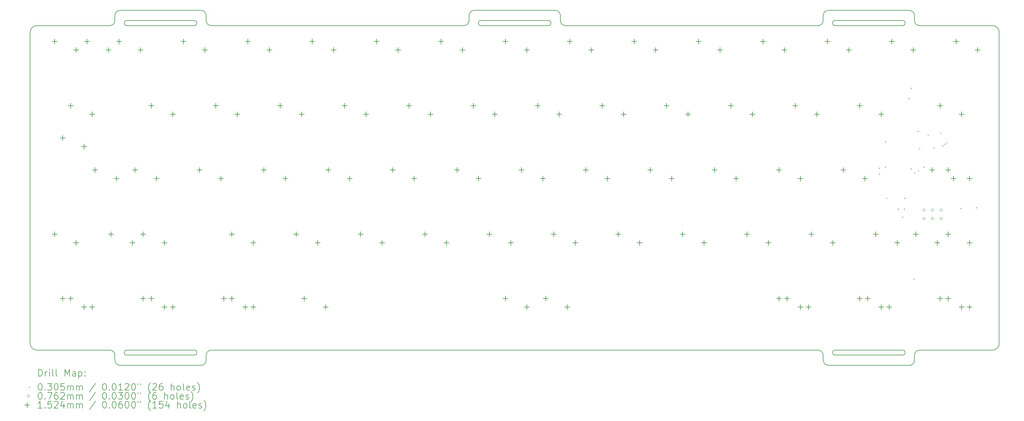
<source format=gbr>
%TF.GenerationSoftware,KiCad,Pcbnew,(6.0.9)*%
%TF.CreationDate,2023-03-21T17:12:44-04:00*%
%TF.ProjectId,nue-pcb,6e75652d-7063-4622-9e6b-696361645f70,0.1*%
%TF.SameCoordinates,Original*%
%TF.FileFunction,Drillmap*%
%TF.FilePolarity,Positive*%
%FSLAX45Y45*%
G04 Gerber Fmt 4.5, Leading zero omitted, Abs format (unit mm)*
G04 Created by KiCad (PCBNEW (6.0.9)) date 2023-03-21 17:12:44*
%MOMM*%
%LPD*%
G01*
G04 APERTURE LIST*
%ADD10C,0.200000*%
%ADD11C,0.030480*%
%ADD12C,0.076200*%
%ADD13C,0.152400*%
G04 APERTURE END LIST*
D10*
X8186250Y-15598775D02*
X10586250Y-15598775D01*
X18363750Y-5528770D02*
G75*
G03*
X18513750Y-5378775I0J150000D01*
G01*
X10386250Y-5378775D02*
X8386250Y-5378775D01*
X5528750Y-5728775D02*
X5528750Y-14948775D01*
X18663750Y-5078780D02*
G75*
G03*
X18513750Y-5228775I0J-150000D01*
G01*
X21063750Y-5078775D02*
X18663750Y-5078775D01*
X8036250Y-5228775D02*
X8036250Y-5378775D01*
X7886250Y-5528775D02*
X5728750Y-5528775D01*
X8386250Y-15298775D02*
X10386250Y-15298775D01*
X18863750Y-5378785D02*
G75*
G03*
X18863750Y-5528775I0J-74995D01*
G01*
X31341250Y-5528785D02*
G75*
G03*
X31341250Y-5378775I0J75005D01*
G01*
X10886250Y-15148775D02*
X28841250Y-15148775D01*
X31841250Y-15148780D02*
G75*
G03*
X31691250Y-15298775I0J-150000D01*
G01*
X10586250Y-5078775D02*
X8186250Y-5078775D01*
X31691250Y-5378775D02*
X31691250Y-5228775D01*
X10886250Y-15148780D02*
G75*
G03*
X10736250Y-15298775I0J-150000D01*
G01*
X28991245Y-15448775D02*
G75*
G03*
X29141250Y-15598775I150005J5D01*
G01*
X28991255Y-15298775D02*
G75*
G03*
X28841250Y-15148775I-150005J-5D01*
G01*
X5728750Y-5528775D02*
G75*
G03*
X5528750Y-5728775I0J-200000D01*
G01*
X10386250Y-5528785D02*
G75*
G03*
X10386250Y-5378775I0J75005D01*
G01*
X10736250Y-5378775D02*
X10736250Y-5228775D01*
X31341250Y-15148775D02*
X29341250Y-15148775D01*
X34198750Y-14948775D02*
X34198750Y-5728775D01*
X31691245Y-5378775D02*
G75*
G03*
X31841250Y-5528775I150005J5D01*
G01*
X10386250Y-15298785D02*
G75*
G03*
X10386250Y-15148775I0J75005D01*
G01*
X31541250Y-15598770D02*
G75*
G03*
X31691250Y-15448775I0J150000D01*
G01*
X29341250Y-15298775D02*
X31341250Y-15298775D01*
X8036255Y-15298775D02*
G75*
G03*
X7886250Y-15148775I-150005J-5D01*
G01*
X29341250Y-5378785D02*
G75*
G03*
X29341250Y-5528775I0J-74995D01*
G01*
X8386250Y-5378785D02*
G75*
G03*
X8386250Y-5528775I0J-74995D01*
G01*
X7886250Y-5528770D02*
G75*
G03*
X8036250Y-5378775I0J150000D01*
G01*
X10736245Y-5378775D02*
G75*
G03*
X10886250Y-5528775I150005J5D01*
G01*
X10586250Y-15598770D02*
G75*
G03*
X10736250Y-15448775I0J150000D01*
G01*
X29341250Y-15148785D02*
G75*
G03*
X29341250Y-15298775I0J-74995D01*
G01*
X18863750Y-5528775D02*
X20863750Y-5528775D01*
X10736250Y-15448775D02*
X10736250Y-15298775D01*
X8036250Y-15298775D02*
X8036250Y-15448775D01*
X20863750Y-5378775D02*
X18863750Y-5378775D01*
X10736255Y-5228775D02*
G75*
G03*
X10586250Y-5078775I-150005J-5D01*
G01*
X21213745Y-5378775D02*
G75*
G03*
X21363750Y-5528775I150005J5D01*
G01*
X21213755Y-5228775D02*
G75*
G03*
X21063750Y-5078775I-150005J-5D01*
G01*
X28991250Y-5228775D02*
X28991250Y-5378775D01*
X20863750Y-5528785D02*
G75*
G03*
X20863750Y-5378775I0J75005D01*
G01*
X29141250Y-5078780D02*
G75*
G03*
X28991250Y-5228775I0J-150000D01*
G01*
X18363750Y-5528775D02*
X10886250Y-5528775D01*
X8036245Y-15448775D02*
G75*
G03*
X8186250Y-15598775I150005J5D01*
G01*
X8186250Y-5078780D02*
G75*
G03*
X8036250Y-5228775I0J-150000D01*
G01*
X28841250Y-5528775D02*
X21363750Y-5528775D01*
X28841250Y-5528770D02*
G75*
G03*
X28991250Y-5378775I0J150000D01*
G01*
X33998750Y-5528775D02*
X31841250Y-5528775D01*
X29341250Y-5528775D02*
X31341250Y-5528775D01*
X5728750Y-15148775D02*
X7886250Y-15148775D01*
X33998750Y-15148780D02*
G75*
G03*
X34198750Y-14948775I0J200000D01*
G01*
X31841250Y-15148775D02*
X33998750Y-15148775D01*
X8386250Y-5528775D02*
X10386250Y-5528775D01*
X31541250Y-5078775D02*
X29141250Y-5078775D01*
X31341250Y-5378775D02*
X29341250Y-5378775D01*
X31691250Y-15448775D02*
X31691250Y-15298775D01*
X31341250Y-15298785D02*
G75*
G03*
X31341250Y-15148775I0J75005D01*
G01*
X29141250Y-15598775D02*
X31541250Y-15598775D01*
X34198745Y-5728775D02*
G75*
G03*
X33998750Y-5528775I-199995J5D01*
G01*
X8386250Y-15148785D02*
G75*
G03*
X8386250Y-15298775I0J-74995D01*
G01*
X5528755Y-14948775D02*
G75*
G03*
X5728750Y-15148775I199995J-5D01*
G01*
X10386250Y-15148775D02*
X8386250Y-15148775D01*
X28991250Y-15298775D02*
X28991250Y-15448775D01*
X31691255Y-5228775D02*
G75*
G03*
X31541250Y-5078775I-150005J-5D01*
G01*
X18513750Y-5228775D02*
X18513750Y-5378775D01*
X21213750Y-5378775D02*
X21213750Y-5228775D01*
D11*
X30629860Y-9738360D02*
X30660340Y-9768840D01*
X30660340Y-9738360D02*
X30629860Y-9768840D01*
X30629860Y-9916160D02*
X30660340Y-9946640D01*
X30660340Y-9916160D02*
X30629860Y-9946640D01*
X30814010Y-8957310D02*
X30844490Y-8987790D01*
X30844490Y-8957310D02*
X30814010Y-8987790D01*
X30814010Y-9706610D02*
X30844490Y-9737090D01*
X30844490Y-9706610D02*
X30814010Y-9737090D01*
X30855385Y-10627260D02*
X30885865Y-10657740D01*
X30885865Y-10627260D02*
X30855385Y-10657740D01*
X31195010Y-10951210D02*
X31225490Y-10981690D01*
X31225490Y-10951210D02*
X31195010Y-10981690D01*
X31322010Y-11192510D02*
X31352490Y-11222990D01*
X31352490Y-11192510D02*
X31322010Y-11222990D01*
X31372810Y-10951210D02*
X31403290Y-10981690D01*
X31403290Y-10951210D02*
X31372810Y-10981690D01*
X31391960Y-10627260D02*
X31422440Y-10657740D01*
X31422440Y-10627260D02*
X31391960Y-10657740D01*
X31509235Y-7677885D02*
X31539715Y-7708365D01*
X31539715Y-7677885D02*
X31509235Y-7708365D01*
X31576010Y-7369810D02*
X31606490Y-7400290D01*
X31606490Y-7369810D02*
X31576010Y-7400290D01*
X31576010Y-9757410D02*
X31606490Y-9787890D01*
X31606490Y-9757410D02*
X31576010Y-9787890D01*
X31655385Y-13024485D02*
X31685865Y-13054965D01*
X31685865Y-13024485D02*
X31655385Y-13054965D01*
X31683960Y-9878060D02*
X31714440Y-9908540D01*
X31714440Y-9878060D02*
X31683960Y-9908540D01*
X31785560Y-8646160D02*
X31816040Y-8676640D01*
X31816040Y-8646160D02*
X31785560Y-8676640D01*
X31791910Y-9820910D02*
X31822390Y-9851390D01*
X31822390Y-9820910D02*
X31791910Y-9851390D01*
X31823660Y-9160510D02*
X31854140Y-9190990D01*
X31854140Y-9160510D02*
X31823660Y-9190990D01*
X31957010Y-9706610D02*
X31987490Y-9737090D01*
X31987490Y-9706610D02*
X31957010Y-9737090D01*
X32077660Y-8760460D02*
X32108140Y-8790940D01*
X32108140Y-8760460D02*
X32077660Y-8790940D01*
X32249110Y-9135110D02*
X32279590Y-9165590D01*
X32279590Y-9135110D02*
X32249110Y-9165590D01*
X32454450Y-8701170D02*
X32484930Y-8731650D01*
X32484930Y-8701170D02*
X32454450Y-8731650D01*
X32509460Y-9077960D02*
X32539940Y-9108440D01*
X32539940Y-9077960D02*
X32509460Y-9108440D01*
X32572960Y-9027160D02*
X32603440Y-9057640D01*
X32603440Y-9027160D02*
X32572960Y-9057640D01*
X32630110Y-8982710D02*
X32660590Y-9013190D01*
X32660590Y-8982710D02*
X32630110Y-9013190D01*
X33049210Y-10938510D02*
X33079690Y-10968990D01*
X33079690Y-10938510D02*
X33049210Y-10968990D01*
X33506410Y-10913110D02*
X33536890Y-10943590D01*
X33536890Y-10913110D02*
X33506410Y-10943590D01*
D12*
X32010350Y-10991850D02*
G75*
G03*
X32010350Y-10991850I-38100J0D01*
G01*
X32010350Y-11245850D02*
G75*
G03*
X32010350Y-11245850I-38100J0D01*
G01*
X32264350Y-10991850D02*
G75*
G03*
X32264350Y-10991850I-38100J0D01*
G01*
X32264350Y-11245850D02*
G75*
G03*
X32264350Y-11245850I-38100J0D01*
G01*
X32518350Y-10991850D02*
G75*
G03*
X32518350Y-10991850I-38100J0D01*
G01*
X32518350Y-11245850D02*
G75*
G03*
X32518350Y-11245850I-38100J0D01*
G01*
D13*
X6254750Y-5924550D02*
X6254750Y-6076950D01*
X6178550Y-6000750D02*
X6330950Y-6000750D01*
X6254750Y-11639550D02*
X6254750Y-11791950D01*
X6178550Y-11715750D02*
X6330950Y-11715750D01*
X6492875Y-8782050D02*
X6492875Y-8934450D01*
X6416675Y-8858250D02*
X6569075Y-8858250D01*
X6492875Y-13544550D02*
X6492875Y-13696950D01*
X6416675Y-13620750D02*
X6569075Y-13620750D01*
X6731000Y-7829550D02*
X6731000Y-7981950D01*
X6654800Y-7905750D02*
X6807200Y-7905750D01*
X6731000Y-13544550D02*
X6731000Y-13696950D01*
X6654800Y-13620750D02*
X6807200Y-13620750D01*
X6889750Y-6178550D02*
X6889750Y-6330950D01*
X6813550Y-6254750D02*
X6965950Y-6254750D01*
X6889750Y-11893550D02*
X6889750Y-12045950D01*
X6813550Y-11969750D02*
X6965950Y-11969750D01*
X7127875Y-9036050D02*
X7127875Y-9188450D01*
X7051675Y-9112250D02*
X7204075Y-9112250D01*
X7127875Y-13798550D02*
X7127875Y-13950950D01*
X7051675Y-13874750D02*
X7204075Y-13874750D01*
X7207250Y-5924550D02*
X7207250Y-6076950D01*
X7131050Y-6000750D02*
X7283450Y-6000750D01*
X7366000Y-8083550D02*
X7366000Y-8235950D01*
X7289800Y-8159750D02*
X7442200Y-8159750D01*
X7366000Y-13798550D02*
X7366000Y-13950950D01*
X7289800Y-13874750D02*
X7442200Y-13874750D01*
X7445375Y-9734550D02*
X7445375Y-9886950D01*
X7369175Y-9810750D02*
X7521575Y-9810750D01*
X7842250Y-6178550D02*
X7842250Y-6330950D01*
X7766050Y-6254750D02*
X7918450Y-6254750D01*
X7921625Y-11639550D02*
X7921625Y-11791950D01*
X7845425Y-11715750D02*
X7997825Y-11715750D01*
X8080375Y-9988550D02*
X8080375Y-10140950D01*
X8004175Y-10064750D02*
X8156575Y-10064750D01*
X8159750Y-5924550D02*
X8159750Y-6076950D01*
X8083550Y-6000750D02*
X8235950Y-6000750D01*
X8556625Y-11893550D02*
X8556625Y-12045950D01*
X8480425Y-11969750D02*
X8632825Y-11969750D01*
X8636000Y-9734550D02*
X8636000Y-9886950D01*
X8559800Y-9810750D02*
X8712200Y-9810750D01*
X8794750Y-6178550D02*
X8794750Y-6330950D01*
X8718550Y-6254750D02*
X8870950Y-6254750D01*
X8874125Y-11639550D02*
X8874125Y-11791950D01*
X8797925Y-11715750D02*
X8950325Y-11715750D01*
X8874125Y-13544550D02*
X8874125Y-13696950D01*
X8797925Y-13620750D02*
X8950325Y-13620750D01*
X9112250Y-7829550D02*
X9112250Y-7981950D01*
X9036050Y-7905750D02*
X9188450Y-7905750D01*
X9112250Y-13544550D02*
X9112250Y-13696950D01*
X9036050Y-13620750D02*
X9188450Y-13620750D01*
X9271000Y-9988550D02*
X9271000Y-10140950D01*
X9194800Y-10064750D02*
X9347200Y-10064750D01*
X9509125Y-11893550D02*
X9509125Y-12045950D01*
X9432925Y-11969750D02*
X9585325Y-11969750D01*
X9509125Y-13798550D02*
X9509125Y-13950950D01*
X9432925Y-13874750D02*
X9585325Y-13874750D01*
X9747250Y-8083550D02*
X9747250Y-8235950D01*
X9671050Y-8159750D02*
X9823450Y-8159750D01*
X9747250Y-13798550D02*
X9747250Y-13950950D01*
X9671050Y-13874750D02*
X9823450Y-13874750D01*
X10064750Y-5924550D02*
X10064750Y-6076950D01*
X9988550Y-6000750D02*
X10140950Y-6000750D01*
X10541000Y-9734550D02*
X10541000Y-9886950D01*
X10464800Y-9810750D02*
X10617200Y-9810750D01*
X10699750Y-6178550D02*
X10699750Y-6330950D01*
X10623550Y-6254750D02*
X10775950Y-6254750D01*
X11017250Y-7829550D02*
X11017250Y-7981950D01*
X10941050Y-7905750D02*
X11093450Y-7905750D01*
X11176000Y-9988550D02*
X11176000Y-10140950D01*
X11099800Y-10064750D02*
X11252200Y-10064750D01*
X11255375Y-13544550D02*
X11255375Y-13696950D01*
X11179175Y-13620750D02*
X11331575Y-13620750D01*
X11493500Y-11639550D02*
X11493500Y-11791950D01*
X11417300Y-11715750D02*
X11569700Y-11715750D01*
X11493500Y-13544550D02*
X11493500Y-13696950D01*
X11417300Y-13620750D02*
X11569700Y-13620750D01*
X11652250Y-8083550D02*
X11652250Y-8235950D01*
X11576050Y-8159750D02*
X11728450Y-8159750D01*
X11890375Y-13798550D02*
X11890375Y-13950950D01*
X11814175Y-13874750D02*
X11966575Y-13874750D01*
X11969750Y-5924550D02*
X11969750Y-6076950D01*
X11893550Y-6000750D02*
X12045950Y-6000750D01*
X12128500Y-11893550D02*
X12128500Y-12045950D01*
X12052300Y-11969750D02*
X12204700Y-11969750D01*
X12128500Y-13798550D02*
X12128500Y-13950950D01*
X12052300Y-13874750D02*
X12204700Y-13874750D01*
X12446000Y-9734550D02*
X12446000Y-9886950D01*
X12369800Y-9810750D02*
X12522200Y-9810750D01*
X12604750Y-6178550D02*
X12604750Y-6330950D01*
X12528550Y-6254750D02*
X12680950Y-6254750D01*
X12922250Y-7829550D02*
X12922250Y-7981950D01*
X12846050Y-7905750D02*
X12998450Y-7905750D01*
X13081000Y-9988550D02*
X13081000Y-10140950D01*
X13004800Y-10064750D02*
X13157200Y-10064750D01*
X13398500Y-11639550D02*
X13398500Y-11791950D01*
X13322300Y-11715750D02*
X13474700Y-11715750D01*
X13557250Y-8083550D02*
X13557250Y-8235950D01*
X13481050Y-8159750D02*
X13633450Y-8159750D01*
X13636625Y-13544550D02*
X13636625Y-13696950D01*
X13560425Y-13620750D02*
X13712825Y-13620750D01*
X13874750Y-5924550D02*
X13874750Y-6076950D01*
X13798550Y-6000750D02*
X13950950Y-6000750D01*
X14033500Y-11893550D02*
X14033500Y-12045950D01*
X13957300Y-11969750D02*
X14109700Y-11969750D01*
X14271625Y-13798550D02*
X14271625Y-13950950D01*
X14195425Y-13874750D02*
X14347825Y-13874750D01*
X14351000Y-9734550D02*
X14351000Y-9886950D01*
X14274800Y-9810750D02*
X14427200Y-9810750D01*
X14509750Y-6178550D02*
X14509750Y-6330950D01*
X14433550Y-6254750D02*
X14585950Y-6254750D01*
X14827250Y-7829550D02*
X14827250Y-7981950D01*
X14751050Y-7905750D02*
X14903450Y-7905750D01*
X14986000Y-9988550D02*
X14986000Y-10140950D01*
X14909800Y-10064750D02*
X15062200Y-10064750D01*
X15303500Y-11639550D02*
X15303500Y-11791950D01*
X15227300Y-11715750D02*
X15379700Y-11715750D01*
X15462250Y-8083550D02*
X15462250Y-8235950D01*
X15386050Y-8159750D02*
X15538450Y-8159750D01*
X15779750Y-5924550D02*
X15779750Y-6076950D01*
X15703550Y-6000750D02*
X15855950Y-6000750D01*
X15938500Y-11893550D02*
X15938500Y-12045950D01*
X15862300Y-11969750D02*
X16014700Y-11969750D01*
X16256000Y-9734550D02*
X16256000Y-9886950D01*
X16179800Y-9810750D02*
X16332200Y-9810750D01*
X16414750Y-6178550D02*
X16414750Y-6330950D01*
X16338550Y-6254750D02*
X16490950Y-6254750D01*
X16732250Y-7829550D02*
X16732250Y-7981950D01*
X16656050Y-7905750D02*
X16808450Y-7905750D01*
X16891000Y-9988550D02*
X16891000Y-10140950D01*
X16814800Y-10064750D02*
X16967200Y-10064750D01*
X17208500Y-11639550D02*
X17208500Y-11791950D01*
X17132300Y-11715750D02*
X17284700Y-11715750D01*
X17367250Y-8083550D02*
X17367250Y-8235950D01*
X17291050Y-8159750D02*
X17443450Y-8159750D01*
X17684750Y-5924550D02*
X17684750Y-6076950D01*
X17608550Y-6000750D02*
X17760950Y-6000750D01*
X17843500Y-11893550D02*
X17843500Y-12045950D01*
X17767300Y-11969750D02*
X17919700Y-11969750D01*
X18161000Y-9734550D02*
X18161000Y-9886950D01*
X18084800Y-9810750D02*
X18237200Y-9810750D01*
X18319750Y-6178550D02*
X18319750Y-6330950D01*
X18243550Y-6254750D02*
X18395950Y-6254750D01*
X18637250Y-7829550D02*
X18637250Y-7981950D01*
X18561050Y-7905750D02*
X18713450Y-7905750D01*
X18796000Y-9988550D02*
X18796000Y-10140950D01*
X18719800Y-10064750D02*
X18872200Y-10064750D01*
X19113500Y-11639550D02*
X19113500Y-11791950D01*
X19037300Y-11715750D02*
X19189700Y-11715750D01*
X19272250Y-8083550D02*
X19272250Y-8235950D01*
X19196050Y-8159750D02*
X19348450Y-8159750D01*
X19589750Y-5924550D02*
X19589750Y-6076950D01*
X19513550Y-6000750D02*
X19665950Y-6000750D01*
X19589750Y-13544550D02*
X19589750Y-13696950D01*
X19513550Y-13620750D02*
X19665950Y-13620750D01*
X19748500Y-11893550D02*
X19748500Y-12045950D01*
X19672300Y-11969750D02*
X19824700Y-11969750D01*
X20066000Y-9734550D02*
X20066000Y-9886950D01*
X19989800Y-9810750D02*
X20142200Y-9810750D01*
X20224750Y-6178550D02*
X20224750Y-6330950D01*
X20148550Y-6254750D02*
X20300950Y-6254750D01*
X20224750Y-13798550D02*
X20224750Y-13950950D01*
X20148550Y-13874750D02*
X20300950Y-13874750D01*
X20542250Y-7829550D02*
X20542250Y-7981950D01*
X20466050Y-7905750D02*
X20618450Y-7905750D01*
X20701000Y-9988550D02*
X20701000Y-10140950D01*
X20624800Y-10064750D02*
X20777200Y-10064750D01*
X20780375Y-13544550D02*
X20780375Y-13696950D01*
X20704175Y-13620750D02*
X20856575Y-13620750D01*
X21018500Y-11639550D02*
X21018500Y-11791950D01*
X20942300Y-11715750D02*
X21094700Y-11715750D01*
X21177250Y-8083550D02*
X21177250Y-8235950D01*
X21101050Y-8159750D02*
X21253450Y-8159750D01*
X21415375Y-13798550D02*
X21415375Y-13950950D01*
X21339175Y-13874750D02*
X21491575Y-13874750D01*
X21494750Y-5924550D02*
X21494750Y-6076950D01*
X21418550Y-6000750D02*
X21570950Y-6000750D01*
X21653500Y-11893550D02*
X21653500Y-12045950D01*
X21577300Y-11969750D02*
X21729700Y-11969750D01*
X21971000Y-9734550D02*
X21971000Y-9886950D01*
X21894800Y-9810750D02*
X22047200Y-9810750D01*
X22129750Y-6178550D02*
X22129750Y-6330950D01*
X22053550Y-6254750D02*
X22205950Y-6254750D01*
X22447250Y-7829550D02*
X22447250Y-7981950D01*
X22371050Y-7905750D02*
X22523450Y-7905750D01*
X22606000Y-9988550D02*
X22606000Y-10140950D01*
X22529800Y-10064750D02*
X22682200Y-10064750D01*
X22923500Y-11639550D02*
X22923500Y-11791950D01*
X22847300Y-11715750D02*
X22999700Y-11715750D01*
X23082250Y-8083550D02*
X23082250Y-8235950D01*
X23006050Y-8159750D02*
X23158450Y-8159750D01*
X23399750Y-5924550D02*
X23399750Y-6076950D01*
X23323550Y-6000750D02*
X23475950Y-6000750D01*
X23558500Y-11893550D02*
X23558500Y-12045950D01*
X23482300Y-11969750D02*
X23634700Y-11969750D01*
X23876000Y-9734550D02*
X23876000Y-9886950D01*
X23799800Y-9810750D02*
X23952200Y-9810750D01*
X24034750Y-6178550D02*
X24034750Y-6330950D01*
X23958550Y-6254750D02*
X24110950Y-6254750D01*
X24352250Y-7829550D02*
X24352250Y-7981950D01*
X24276050Y-7905750D02*
X24428450Y-7905750D01*
X24511000Y-9988550D02*
X24511000Y-10140950D01*
X24434800Y-10064750D02*
X24587200Y-10064750D01*
X24828500Y-11639550D02*
X24828500Y-11791950D01*
X24752300Y-11715750D02*
X24904700Y-11715750D01*
X24987250Y-8083550D02*
X24987250Y-8235950D01*
X24911050Y-8159750D02*
X25063450Y-8159750D01*
X25304750Y-5924550D02*
X25304750Y-6076950D01*
X25228550Y-6000750D02*
X25380950Y-6000750D01*
X25463500Y-11893550D02*
X25463500Y-12045950D01*
X25387300Y-11969750D02*
X25539700Y-11969750D01*
X25781000Y-9734550D02*
X25781000Y-9886950D01*
X25704800Y-9810750D02*
X25857200Y-9810750D01*
X25939750Y-6178550D02*
X25939750Y-6330950D01*
X25863550Y-6254750D02*
X26015950Y-6254750D01*
X26257250Y-7829550D02*
X26257250Y-7981950D01*
X26181050Y-7905750D02*
X26333450Y-7905750D01*
X26416000Y-9988550D02*
X26416000Y-10140950D01*
X26339800Y-10064750D02*
X26492200Y-10064750D01*
X26733500Y-11639550D02*
X26733500Y-11791950D01*
X26657300Y-11715750D02*
X26809700Y-11715750D01*
X26892250Y-8083550D02*
X26892250Y-8235950D01*
X26816050Y-8159750D02*
X26968450Y-8159750D01*
X27209750Y-5924550D02*
X27209750Y-6076950D01*
X27133550Y-6000750D02*
X27285950Y-6000750D01*
X27368500Y-11893550D02*
X27368500Y-12045950D01*
X27292300Y-11969750D02*
X27444700Y-11969750D01*
X27686000Y-9734550D02*
X27686000Y-9886950D01*
X27609800Y-9810750D02*
X27762200Y-9810750D01*
X27686000Y-13544550D02*
X27686000Y-13696950D01*
X27609800Y-13620750D02*
X27762200Y-13620750D01*
X27844750Y-6178550D02*
X27844750Y-6330950D01*
X27768550Y-6254750D02*
X27920950Y-6254750D01*
X27924125Y-13544550D02*
X27924125Y-13696950D01*
X27847925Y-13620750D02*
X28000325Y-13620750D01*
X28162250Y-7829550D02*
X28162250Y-7981950D01*
X28086050Y-7905750D02*
X28238450Y-7905750D01*
X28321000Y-9988550D02*
X28321000Y-10140950D01*
X28244800Y-10064750D02*
X28397200Y-10064750D01*
X28321000Y-13798550D02*
X28321000Y-13950950D01*
X28244800Y-13874750D02*
X28397200Y-13874750D01*
X28559125Y-13798550D02*
X28559125Y-13950950D01*
X28482925Y-13874750D02*
X28635325Y-13874750D01*
X28638500Y-11639550D02*
X28638500Y-11791950D01*
X28562300Y-11715750D02*
X28714700Y-11715750D01*
X28797250Y-8083550D02*
X28797250Y-8235950D01*
X28721050Y-8159750D02*
X28873450Y-8159750D01*
X29114750Y-5924550D02*
X29114750Y-6076950D01*
X29038550Y-6000750D02*
X29190950Y-6000750D01*
X29273500Y-11893550D02*
X29273500Y-12045950D01*
X29197300Y-11969750D02*
X29349700Y-11969750D01*
X29591000Y-9734550D02*
X29591000Y-9886950D01*
X29514800Y-9810750D02*
X29667200Y-9810750D01*
X29749750Y-6178550D02*
X29749750Y-6330950D01*
X29673550Y-6254750D02*
X29825950Y-6254750D01*
X30067250Y-7829550D02*
X30067250Y-7981950D01*
X29991050Y-7905750D02*
X30143450Y-7905750D01*
X30067250Y-13544550D02*
X30067250Y-13696950D01*
X29991050Y-13620750D02*
X30143450Y-13620750D01*
X30226000Y-9988550D02*
X30226000Y-10140950D01*
X30149800Y-10064750D02*
X30302200Y-10064750D01*
X30305375Y-13544550D02*
X30305375Y-13696950D01*
X30229175Y-13620750D02*
X30381575Y-13620750D01*
X30543500Y-11639550D02*
X30543500Y-11791950D01*
X30467300Y-11715750D02*
X30619700Y-11715750D01*
X30702250Y-8083550D02*
X30702250Y-8235950D01*
X30626050Y-8159750D02*
X30778450Y-8159750D01*
X30702250Y-13798550D02*
X30702250Y-13950950D01*
X30626050Y-13874750D02*
X30778450Y-13874750D01*
X30940375Y-13798550D02*
X30940375Y-13950950D01*
X30864175Y-13874750D02*
X31016575Y-13874750D01*
X31019750Y-5924550D02*
X31019750Y-6076950D01*
X30943550Y-6000750D02*
X31095950Y-6000750D01*
X31178500Y-11893550D02*
X31178500Y-12045950D01*
X31102300Y-11969750D02*
X31254700Y-11969750D01*
X31654750Y-6178550D02*
X31654750Y-6330950D01*
X31578550Y-6254750D02*
X31730950Y-6254750D01*
X31734125Y-11639550D02*
X31734125Y-11791950D01*
X31657925Y-11715750D02*
X31810325Y-11715750D01*
X32210375Y-9734550D02*
X32210375Y-9886950D01*
X32134175Y-9810750D02*
X32286575Y-9810750D01*
X32369125Y-11893550D02*
X32369125Y-12045950D01*
X32292925Y-11969750D02*
X32445325Y-11969750D01*
X32448500Y-7829550D02*
X32448500Y-7981950D01*
X32372300Y-7905750D02*
X32524700Y-7905750D01*
X32448500Y-13544550D02*
X32448500Y-13696950D01*
X32372300Y-13620750D02*
X32524700Y-13620750D01*
X32686625Y-9734550D02*
X32686625Y-9886950D01*
X32610425Y-9810750D02*
X32762825Y-9810750D01*
X32686625Y-11639550D02*
X32686625Y-11791950D01*
X32610425Y-11715750D02*
X32762825Y-11715750D01*
X32686625Y-13544550D02*
X32686625Y-13696950D01*
X32610425Y-13620750D02*
X32762825Y-13620750D01*
X32845375Y-9988550D02*
X32845375Y-10140950D01*
X32769175Y-10064750D02*
X32921575Y-10064750D01*
X32924750Y-5924550D02*
X32924750Y-6076950D01*
X32848550Y-6000750D02*
X33000950Y-6000750D01*
X33083500Y-8083550D02*
X33083500Y-8235950D01*
X33007300Y-8159750D02*
X33159700Y-8159750D01*
X33083500Y-13798550D02*
X33083500Y-13950950D01*
X33007300Y-13874750D02*
X33159700Y-13874750D01*
X33321625Y-9988550D02*
X33321625Y-10140950D01*
X33245425Y-10064750D02*
X33397825Y-10064750D01*
X33321625Y-11893550D02*
X33321625Y-12045950D01*
X33245425Y-11969750D02*
X33397825Y-11969750D01*
X33321625Y-13798550D02*
X33321625Y-13950950D01*
X33245425Y-13874750D02*
X33397825Y-13874750D01*
X33559750Y-6178550D02*
X33559750Y-6330950D01*
X33483550Y-6254750D02*
X33635950Y-6254750D01*
D10*
X5776369Y-15919251D02*
X5776369Y-15719251D01*
X5823988Y-15719251D01*
X5852559Y-15728775D01*
X5871607Y-15747823D01*
X5881131Y-15766870D01*
X5890655Y-15804965D01*
X5890655Y-15833537D01*
X5881131Y-15871632D01*
X5871607Y-15890680D01*
X5852559Y-15909727D01*
X5823988Y-15919251D01*
X5776369Y-15919251D01*
X5976369Y-15919251D02*
X5976369Y-15785918D01*
X5976369Y-15824013D02*
X5985893Y-15804965D01*
X5995417Y-15795442D01*
X6014464Y-15785918D01*
X6033512Y-15785918D01*
X6100178Y-15919251D02*
X6100178Y-15785918D01*
X6100178Y-15719251D02*
X6090655Y-15728775D01*
X6100178Y-15738299D01*
X6109702Y-15728775D01*
X6100178Y-15719251D01*
X6100178Y-15738299D01*
X6223988Y-15919251D02*
X6204940Y-15909727D01*
X6195417Y-15890680D01*
X6195417Y-15719251D01*
X6328750Y-15919251D02*
X6309702Y-15909727D01*
X6300178Y-15890680D01*
X6300178Y-15719251D01*
X6557321Y-15919251D02*
X6557321Y-15719251D01*
X6623988Y-15862108D01*
X6690655Y-15719251D01*
X6690655Y-15919251D01*
X6871607Y-15919251D02*
X6871607Y-15814489D01*
X6862083Y-15795442D01*
X6843036Y-15785918D01*
X6804940Y-15785918D01*
X6785893Y-15795442D01*
X6871607Y-15909727D02*
X6852559Y-15919251D01*
X6804940Y-15919251D01*
X6785893Y-15909727D01*
X6776369Y-15890680D01*
X6776369Y-15871632D01*
X6785893Y-15852584D01*
X6804940Y-15843061D01*
X6852559Y-15843061D01*
X6871607Y-15833537D01*
X6966845Y-15785918D02*
X6966845Y-15985918D01*
X6966845Y-15795442D02*
X6985893Y-15785918D01*
X7023988Y-15785918D01*
X7043036Y-15795442D01*
X7052559Y-15804965D01*
X7062083Y-15824013D01*
X7062083Y-15881156D01*
X7052559Y-15900203D01*
X7043036Y-15909727D01*
X7023988Y-15919251D01*
X6985893Y-15919251D01*
X6966845Y-15909727D01*
X7147798Y-15900203D02*
X7157321Y-15909727D01*
X7147798Y-15919251D01*
X7138274Y-15909727D01*
X7147798Y-15900203D01*
X7147798Y-15919251D01*
X7147798Y-15795442D02*
X7157321Y-15804965D01*
X7147798Y-15814489D01*
X7138274Y-15804965D01*
X7147798Y-15795442D01*
X7147798Y-15814489D01*
D11*
X5488270Y-16233535D02*
X5518750Y-16264015D01*
X5518750Y-16233535D02*
X5488270Y-16264015D01*
D10*
X5814464Y-16139251D02*
X5833512Y-16139251D01*
X5852559Y-16148775D01*
X5862083Y-16158299D01*
X5871607Y-16177346D01*
X5881131Y-16215442D01*
X5881131Y-16263061D01*
X5871607Y-16301156D01*
X5862083Y-16320203D01*
X5852559Y-16329727D01*
X5833512Y-16339251D01*
X5814464Y-16339251D01*
X5795417Y-16329727D01*
X5785893Y-16320203D01*
X5776369Y-16301156D01*
X5766845Y-16263061D01*
X5766845Y-16215442D01*
X5776369Y-16177346D01*
X5785893Y-16158299D01*
X5795417Y-16148775D01*
X5814464Y-16139251D01*
X5966845Y-16320203D02*
X5976369Y-16329727D01*
X5966845Y-16339251D01*
X5957321Y-16329727D01*
X5966845Y-16320203D01*
X5966845Y-16339251D01*
X6043036Y-16139251D02*
X6166845Y-16139251D01*
X6100178Y-16215442D01*
X6128750Y-16215442D01*
X6147798Y-16224965D01*
X6157321Y-16234489D01*
X6166845Y-16253537D01*
X6166845Y-16301156D01*
X6157321Y-16320203D01*
X6147798Y-16329727D01*
X6128750Y-16339251D01*
X6071607Y-16339251D01*
X6052559Y-16329727D01*
X6043036Y-16320203D01*
X6290655Y-16139251D02*
X6309702Y-16139251D01*
X6328750Y-16148775D01*
X6338274Y-16158299D01*
X6347798Y-16177346D01*
X6357321Y-16215442D01*
X6357321Y-16263061D01*
X6347798Y-16301156D01*
X6338274Y-16320203D01*
X6328750Y-16329727D01*
X6309702Y-16339251D01*
X6290655Y-16339251D01*
X6271607Y-16329727D01*
X6262083Y-16320203D01*
X6252559Y-16301156D01*
X6243036Y-16263061D01*
X6243036Y-16215442D01*
X6252559Y-16177346D01*
X6262083Y-16158299D01*
X6271607Y-16148775D01*
X6290655Y-16139251D01*
X6538274Y-16139251D02*
X6443036Y-16139251D01*
X6433512Y-16234489D01*
X6443036Y-16224965D01*
X6462083Y-16215442D01*
X6509702Y-16215442D01*
X6528750Y-16224965D01*
X6538274Y-16234489D01*
X6547798Y-16253537D01*
X6547798Y-16301156D01*
X6538274Y-16320203D01*
X6528750Y-16329727D01*
X6509702Y-16339251D01*
X6462083Y-16339251D01*
X6443036Y-16329727D01*
X6433512Y-16320203D01*
X6633512Y-16339251D02*
X6633512Y-16205918D01*
X6633512Y-16224965D02*
X6643036Y-16215442D01*
X6662083Y-16205918D01*
X6690655Y-16205918D01*
X6709702Y-16215442D01*
X6719226Y-16234489D01*
X6719226Y-16339251D01*
X6719226Y-16234489D02*
X6728750Y-16215442D01*
X6747798Y-16205918D01*
X6776369Y-16205918D01*
X6795417Y-16215442D01*
X6804940Y-16234489D01*
X6804940Y-16339251D01*
X6900178Y-16339251D02*
X6900178Y-16205918D01*
X6900178Y-16224965D02*
X6909702Y-16215442D01*
X6928750Y-16205918D01*
X6957321Y-16205918D01*
X6976369Y-16215442D01*
X6985893Y-16234489D01*
X6985893Y-16339251D01*
X6985893Y-16234489D02*
X6995417Y-16215442D01*
X7014464Y-16205918D01*
X7043036Y-16205918D01*
X7062083Y-16215442D01*
X7071607Y-16234489D01*
X7071607Y-16339251D01*
X7462083Y-16129727D02*
X7290655Y-16386870D01*
X7719226Y-16139251D02*
X7738274Y-16139251D01*
X7757321Y-16148775D01*
X7766845Y-16158299D01*
X7776369Y-16177346D01*
X7785893Y-16215442D01*
X7785893Y-16263061D01*
X7776369Y-16301156D01*
X7766845Y-16320203D01*
X7757321Y-16329727D01*
X7738274Y-16339251D01*
X7719226Y-16339251D01*
X7700178Y-16329727D01*
X7690655Y-16320203D01*
X7681131Y-16301156D01*
X7671607Y-16263061D01*
X7671607Y-16215442D01*
X7681131Y-16177346D01*
X7690655Y-16158299D01*
X7700178Y-16148775D01*
X7719226Y-16139251D01*
X7871607Y-16320203D02*
X7881131Y-16329727D01*
X7871607Y-16339251D01*
X7862083Y-16329727D01*
X7871607Y-16320203D01*
X7871607Y-16339251D01*
X8004940Y-16139251D02*
X8023988Y-16139251D01*
X8043036Y-16148775D01*
X8052559Y-16158299D01*
X8062083Y-16177346D01*
X8071607Y-16215442D01*
X8071607Y-16263061D01*
X8062083Y-16301156D01*
X8052559Y-16320203D01*
X8043036Y-16329727D01*
X8023988Y-16339251D01*
X8004940Y-16339251D01*
X7985893Y-16329727D01*
X7976369Y-16320203D01*
X7966845Y-16301156D01*
X7957321Y-16263061D01*
X7957321Y-16215442D01*
X7966845Y-16177346D01*
X7976369Y-16158299D01*
X7985893Y-16148775D01*
X8004940Y-16139251D01*
X8262083Y-16339251D02*
X8147798Y-16339251D01*
X8204940Y-16339251D02*
X8204940Y-16139251D01*
X8185893Y-16167823D01*
X8166845Y-16186870D01*
X8147798Y-16196394D01*
X8338274Y-16158299D02*
X8347798Y-16148775D01*
X8366845Y-16139251D01*
X8414464Y-16139251D01*
X8433512Y-16148775D01*
X8443036Y-16158299D01*
X8452560Y-16177346D01*
X8452560Y-16196394D01*
X8443036Y-16224965D01*
X8328750Y-16339251D01*
X8452560Y-16339251D01*
X8576369Y-16139251D02*
X8595417Y-16139251D01*
X8614464Y-16148775D01*
X8623988Y-16158299D01*
X8633512Y-16177346D01*
X8643036Y-16215442D01*
X8643036Y-16263061D01*
X8633512Y-16301156D01*
X8623988Y-16320203D01*
X8614464Y-16329727D01*
X8595417Y-16339251D01*
X8576369Y-16339251D01*
X8557321Y-16329727D01*
X8547798Y-16320203D01*
X8538274Y-16301156D01*
X8528750Y-16263061D01*
X8528750Y-16215442D01*
X8538274Y-16177346D01*
X8547798Y-16158299D01*
X8557321Y-16148775D01*
X8576369Y-16139251D01*
X8719226Y-16139251D02*
X8719226Y-16177346D01*
X8795417Y-16139251D02*
X8795417Y-16177346D01*
X9090655Y-16415442D02*
X9081131Y-16405918D01*
X9062083Y-16377346D01*
X9052560Y-16358299D01*
X9043036Y-16329727D01*
X9033512Y-16282108D01*
X9033512Y-16244013D01*
X9043036Y-16196394D01*
X9052560Y-16167823D01*
X9062083Y-16148775D01*
X9081131Y-16120203D01*
X9090655Y-16110680D01*
X9157321Y-16158299D02*
X9166845Y-16148775D01*
X9185893Y-16139251D01*
X9233512Y-16139251D01*
X9252560Y-16148775D01*
X9262083Y-16158299D01*
X9271607Y-16177346D01*
X9271607Y-16196394D01*
X9262083Y-16224965D01*
X9147798Y-16339251D01*
X9271607Y-16339251D01*
X9443036Y-16139251D02*
X9404940Y-16139251D01*
X9385893Y-16148775D01*
X9376369Y-16158299D01*
X9357321Y-16186870D01*
X9347798Y-16224965D01*
X9347798Y-16301156D01*
X9357321Y-16320203D01*
X9366845Y-16329727D01*
X9385893Y-16339251D01*
X9423988Y-16339251D01*
X9443036Y-16329727D01*
X9452560Y-16320203D01*
X9462083Y-16301156D01*
X9462083Y-16253537D01*
X9452560Y-16234489D01*
X9443036Y-16224965D01*
X9423988Y-16215442D01*
X9385893Y-16215442D01*
X9366845Y-16224965D01*
X9357321Y-16234489D01*
X9347798Y-16253537D01*
X9700179Y-16339251D02*
X9700179Y-16139251D01*
X9785893Y-16339251D02*
X9785893Y-16234489D01*
X9776369Y-16215442D01*
X9757321Y-16205918D01*
X9728750Y-16205918D01*
X9709702Y-16215442D01*
X9700179Y-16224965D01*
X9909702Y-16339251D02*
X9890655Y-16329727D01*
X9881131Y-16320203D01*
X9871607Y-16301156D01*
X9871607Y-16244013D01*
X9881131Y-16224965D01*
X9890655Y-16215442D01*
X9909702Y-16205918D01*
X9938274Y-16205918D01*
X9957321Y-16215442D01*
X9966845Y-16224965D01*
X9976369Y-16244013D01*
X9976369Y-16301156D01*
X9966845Y-16320203D01*
X9957321Y-16329727D01*
X9938274Y-16339251D01*
X9909702Y-16339251D01*
X10090655Y-16339251D02*
X10071607Y-16329727D01*
X10062083Y-16310680D01*
X10062083Y-16139251D01*
X10243036Y-16329727D02*
X10223988Y-16339251D01*
X10185893Y-16339251D01*
X10166845Y-16329727D01*
X10157321Y-16310680D01*
X10157321Y-16234489D01*
X10166845Y-16215442D01*
X10185893Y-16205918D01*
X10223988Y-16205918D01*
X10243036Y-16215442D01*
X10252560Y-16234489D01*
X10252560Y-16253537D01*
X10157321Y-16272584D01*
X10328750Y-16329727D02*
X10347798Y-16339251D01*
X10385893Y-16339251D01*
X10404940Y-16329727D01*
X10414464Y-16310680D01*
X10414464Y-16301156D01*
X10404940Y-16282108D01*
X10385893Y-16272584D01*
X10357321Y-16272584D01*
X10338274Y-16263061D01*
X10328750Y-16244013D01*
X10328750Y-16234489D01*
X10338274Y-16215442D01*
X10357321Y-16205918D01*
X10385893Y-16205918D01*
X10404940Y-16215442D01*
X10481131Y-16415442D02*
X10490655Y-16405918D01*
X10509702Y-16377346D01*
X10519226Y-16358299D01*
X10528750Y-16329727D01*
X10538274Y-16282108D01*
X10538274Y-16244013D01*
X10528750Y-16196394D01*
X10519226Y-16167823D01*
X10509702Y-16148775D01*
X10490655Y-16120203D01*
X10481131Y-16110680D01*
D12*
X5518750Y-16512775D02*
G75*
G03*
X5518750Y-16512775I-38100J0D01*
G01*
D10*
X5814464Y-16403251D02*
X5833512Y-16403251D01*
X5852559Y-16412775D01*
X5862083Y-16422299D01*
X5871607Y-16441346D01*
X5881131Y-16479442D01*
X5881131Y-16527061D01*
X5871607Y-16565156D01*
X5862083Y-16584203D01*
X5852559Y-16593727D01*
X5833512Y-16603251D01*
X5814464Y-16603251D01*
X5795417Y-16593727D01*
X5785893Y-16584203D01*
X5776369Y-16565156D01*
X5766845Y-16527061D01*
X5766845Y-16479442D01*
X5776369Y-16441346D01*
X5785893Y-16422299D01*
X5795417Y-16412775D01*
X5814464Y-16403251D01*
X5966845Y-16584203D02*
X5976369Y-16593727D01*
X5966845Y-16603251D01*
X5957321Y-16593727D01*
X5966845Y-16584203D01*
X5966845Y-16603251D01*
X6043036Y-16403251D02*
X6176369Y-16403251D01*
X6090655Y-16603251D01*
X6338274Y-16403251D02*
X6300178Y-16403251D01*
X6281131Y-16412775D01*
X6271607Y-16422299D01*
X6252559Y-16450870D01*
X6243036Y-16488965D01*
X6243036Y-16565156D01*
X6252559Y-16584203D01*
X6262083Y-16593727D01*
X6281131Y-16603251D01*
X6319226Y-16603251D01*
X6338274Y-16593727D01*
X6347798Y-16584203D01*
X6357321Y-16565156D01*
X6357321Y-16517537D01*
X6347798Y-16498489D01*
X6338274Y-16488965D01*
X6319226Y-16479442D01*
X6281131Y-16479442D01*
X6262083Y-16488965D01*
X6252559Y-16498489D01*
X6243036Y-16517537D01*
X6433512Y-16422299D02*
X6443036Y-16412775D01*
X6462083Y-16403251D01*
X6509702Y-16403251D01*
X6528750Y-16412775D01*
X6538274Y-16422299D01*
X6547798Y-16441346D01*
X6547798Y-16460394D01*
X6538274Y-16488965D01*
X6423988Y-16603251D01*
X6547798Y-16603251D01*
X6633512Y-16603251D02*
X6633512Y-16469918D01*
X6633512Y-16488965D02*
X6643036Y-16479442D01*
X6662083Y-16469918D01*
X6690655Y-16469918D01*
X6709702Y-16479442D01*
X6719226Y-16498489D01*
X6719226Y-16603251D01*
X6719226Y-16498489D02*
X6728750Y-16479442D01*
X6747798Y-16469918D01*
X6776369Y-16469918D01*
X6795417Y-16479442D01*
X6804940Y-16498489D01*
X6804940Y-16603251D01*
X6900178Y-16603251D02*
X6900178Y-16469918D01*
X6900178Y-16488965D02*
X6909702Y-16479442D01*
X6928750Y-16469918D01*
X6957321Y-16469918D01*
X6976369Y-16479442D01*
X6985893Y-16498489D01*
X6985893Y-16603251D01*
X6985893Y-16498489D02*
X6995417Y-16479442D01*
X7014464Y-16469918D01*
X7043036Y-16469918D01*
X7062083Y-16479442D01*
X7071607Y-16498489D01*
X7071607Y-16603251D01*
X7462083Y-16393727D02*
X7290655Y-16650870D01*
X7719226Y-16403251D02*
X7738274Y-16403251D01*
X7757321Y-16412775D01*
X7766845Y-16422299D01*
X7776369Y-16441346D01*
X7785893Y-16479442D01*
X7785893Y-16527061D01*
X7776369Y-16565156D01*
X7766845Y-16584203D01*
X7757321Y-16593727D01*
X7738274Y-16603251D01*
X7719226Y-16603251D01*
X7700178Y-16593727D01*
X7690655Y-16584203D01*
X7681131Y-16565156D01*
X7671607Y-16527061D01*
X7671607Y-16479442D01*
X7681131Y-16441346D01*
X7690655Y-16422299D01*
X7700178Y-16412775D01*
X7719226Y-16403251D01*
X7871607Y-16584203D02*
X7881131Y-16593727D01*
X7871607Y-16603251D01*
X7862083Y-16593727D01*
X7871607Y-16584203D01*
X7871607Y-16603251D01*
X8004940Y-16403251D02*
X8023988Y-16403251D01*
X8043036Y-16412775D01*
X8052559Y-16422299D01*
X8062083Y-16441346D01*
X8071607Y-16479442D01*
X8071607Y-16527061D01*
X8062083Y-16565156D01*
X8052559Y-16584203D01*
X8043036Y-16593727D01*
X8023988Y-16603251D01*
X8004940Y-16603251D01*
X7985893Y-16593727D01*
X7976369Y-16584203D01*
X7966845Y-16565156D01*
X7957321Y-16527061D01*
X7957321Y-16479442D01*
X7966845Y-16441346D01*
X7976369Y-16422299D01*
X7985893Y-16412775D01*
X8004940Y-16403251D01*
X8138274Y-16403251D02*
X8262083Y-16403251D01*
X8195417Y-16479442D01*
X8223988Y-16479442D01*
X8243036Y-16488965D01*
X8252559Y-16498489D01*
X8262083Y-16517537D01*
X8262083Y-16565156D01*
X8252559Y-16584203D01*
X8243036Y-16593727D01*
X8223988Y-16603251D01*
X8166845Y-16603251D01*
X8147798Y-16593727D01*
X8138274Y-16584203D01*
X8385893Y-16403251D02*
X8404940Y-16403251D01*
X8423988Y-16412775D01*
X8433512Y-16422299D01*
X8443036Y-16441346D01*
X8452560Y-16479442D01*
X8452560Y-16527061D01*
X8443036Y-16565156D01*
X8433512Y-16584203D01*
X8423988Y-16593727D01*
X8404940Y-16603251D01*
X8385893Y-16603251D01*
X8366845Y-16593727D01*
X8357321Y-16584203D01*
X8347798Y-16565156D01*
X8338274Y-16527061D01*
X8338274Y-16479442D01*
X8347798Y-16441346D01*
X8357321Y-16422299D01*
X8366845Y-16412775D01*
X8385893Y-16403251D01*
X8576369Y-16403251D02*
X8595417Y-16403251D01*
X8614464Y-16412775D01*
X8623988Y-16422299D01*
X8633512Y-16441346D01*
X8643036Y-16479442D01*
X8643036Y-16527061D01*
X8633512Y-16565156D01*
X8623988Y-16584203D01*
X8614464Y-16593727D01*
X8595417Y-16603251D01*
X8576369Y-16603251D01*
X8557321Y-16593727D01*
X8547798Y-16584203D01*
X8538274Y-16565156D01*
X8528750Y-16527061D01*
X8528750Y-16479442D01*
X8538274Y-16441346D01*
X8547798Y-16422299D01*
X8557321Y-16412775D01*
X8576369Y-16403251D01*
X8719226Y-16403251D02*
X8719226Y-16441346D01*
X8795417Y-16403251D02*
X8795417Y-16441346D01*
X9090655Y-16679442D02*
X9081131Y-16669918D01*
X9062083Y-16641346D01*
X9052560Y-16622299D01*
X9043036Y-16593727D01*
X9033512Y-16546108D01*
X9033512Y-16508013D01*
X9043036Y-16460394D01*
X9052560Y-16431823D01*
X9062083Y-16412775D01*
X9081131Y-16384203D01*
X9090655Y-16374680D01*
X9252560Y-16403251D02*
X9214464Y-16403251D01*
X9195417Y-16412775D01*
X9185893Y-16422299D01*
X9166845Y-16450870D01*
X9157321Y-16488965D01*
X9157321Y-16565156D01*
X9166845Y-16584203D01*
X9176369Y-16593727D01*
X9195417Y-16603251D01*
X9233512Y-16603251D01*
X9252560Y-16593727D01*
X9262083Y-16584203D01*
X9271607Y-16565156D01*
X9271607Y-16517537D01*
X9262083Y-16498489D01*
X9252560Y-16488965D01*
X9233512Y-16479442D01*
X9195417Y-16479442D01*
X9176369Y-16488965D01*
X9166845Y-16498489D01*
X9157321Y-16517537D01*
X9509702Y-16603251D02*
X9509702Y-16403251D01*
X9595417Y-16603251D02*
X9595417Y-16498489D01*
X9585893Y-16479442D01*
X9566845Y-16469918D01*
X9538274Y-16469918D01*
X9519226Y-16479442D01*
X9509702Y-16488965D01*
X9719226Y-16603251D02*
X9700179Y-16593727D01*
X9690655Y-16584203D01*
X9681131Y-16565156D01*
X9681131Y-16508013D01*
X9690655Y-16488965D01*
X9700179Y-16479442D01*
X9719226Y-16469918D01*
X9747798Y-16469918D01*
X9766845Y-16479442D01*
X9776369Y-16488965D01*
X9785893Y-16508013D01*
X9785893Y-16565156D01*
X9776369Y-16584203D01*
X9766845Y-16593727D01*
X9747798Y-16603251D01*
X9719226Y-16603251D01*
X9900179Y-16603251D02*
X9881131Y-16593727D01*
X9871607Y-16574680D01*
X9871607Y-16403251D01*
X10052560Y-16593727D02*
X10033512Y-16603251D01*
X9995417Y-16603251D01*
X9976369Y-16593727D01*
X9966845Y-16574680D01*
X9966845Y-16498489D01*
X9976369Y-16479442D01*
X9995417Y-16469918D01*
X10033512Y-16469918D01*
X10052560Y-16479442D01*
X10062083Y-16498489D01*
X10062083Y-16517537D01*
X9966845Y-16536584D01*
X10138274Y-16593727D02*
X10157321Y-16603251D01*
X10195417Y-16603251D01*
X10214464Y-16593727D01*
X10223988Y-16574680D01*
X10223988Y-16565156D01*
X10214464Y-16546108D01*
X10195417Y-16536584D01*
X10166845Y-16536584D01*
X10147798Y-16527061D01*
X10138274Y-16508013D01*
X10138274Y-16498489D01*
X10147798Y-16479442D01*
X10166845Y-16469918D01*
X10195417Y-16469918D01*
X10214464Y-16479442D01*
X10290655Y-16679442D02*
X10300179Y-16669918D01*
X10319226Y-16641346D01*
X10328750Y-16622299D01*
X10338274Y-16593727D01*
X10347798Y-16546108D01*
X10347798Y-16508013D01*
X10338274Y-16460394D01*
X10328750Y-16431823D01*
X10319226Y-16412775D01*
X10300179Y-16384203D01*
X10290655Y-16374680D01*
D13*
X5442550Y-16700575D02*
X5442550Y-16852975D01*
X5366350Y-16776775D02*
X5518750Y-16776775D01*
D10*
X5881131Y-16867251D02*
X5766845Y-16867251D01*
X5823988Y-16867251D02*
X5823988Y-16667251D01*
X5804940Y-16695823D01*
X5785893Y-16714870D01*
X5766845Y-16724394D01*
X5966845Y-16848204D02*
X5976369Y-16857727D01*
X5966845Y-16867251D01*
X5957321Y-16857727D01*
X5966845Y-16848204D01*
X5966845Y-16867251D01*
X6157321Y-16667251D02*
X6062083Y-16667251D01*
X6052559Y-16762489D01*
X6062083Y-16752965D01*
X6081131Y-16743442D01*
X6128750Y-16743442D01*
X6147798Y-16752965D01*
X6157321Y-16762489D01*
X6166845Y-16781537D01*
X6166845Y-16829156D01*
X6157321Y-16848204D01*
X6147798Y-16857727D01*
X6128750Y-16867251D01*
X6081131Y-16867251D01*
X6062083Y-16857727D01*
X6052559Y-16848204D01*
X6243036Y-16686299D02*
X6252559Y-16676775D01*
X6271607Y-16667251D01*
X6319226Y-16667251D01*
X6338274Y-16676775D01*
X6347798Y-16686299D01*
X6357321Y-16705346D01*
X6357321Y-16724394D01*
X6347798Y-16752965D01*
X6233512Y-16867251D01*
X6357321Y-16867251D01*
X6528750Y-16733918D02*
X6528750Y-16867251D01*
X6481131Y-16657727D02*
X6433512Y-16800585D01*
X6557321Y-16800585D01*
X6633512Y-16867251D02*
X6633512Y-16733918D01*
X6633512Y-16752965D02*
X6643036Y-16743442D01*
X6662083Y-16733918D01*
X6690655Y-16733918D01*
X6709702Y-16743442D01*
X6719226Y-16762489D01*
X6719226Y-16867251D01*
X6719226Y-16762489D02*
X6728750Y-16743442D01*
X6747798Y-16733918D01*
X6776369Y-16733918D01*
X6795417Y-16743442D01*
X6804940Y-16762489D01*
X6804940Y-16867251D01*
X6900178Y-16867251D02*
X6900178Y-16733918D01*
X6900178Y-16752965D02*
X6909702Y-16743442D01*
X6928750Y-16733918D01*
X6957321Y-16733918D01*
X6976369Y-16743442D01*
X6985893Y-16762489D01*
X6985893Y-16867251D01*
X6985893Y-16762489D02*
X6995417Y-16743442D01*
X7014464Y-16733918D01*
X7043036Y-16733918D01*
X7062083Y-16743442D01*
X7071607Y-16762489D01*
X7071607Y-16867251D01*
X7462083Y-16657727D02*
X7290655Y-16914870D01*
X7719226Y-16667251D02*
X7738274Y-16667251D01*
X7757321Y-16676775D01*
X7766845Y-16686299D01*
X7776369Y-16705346D01*
X7785893Y-16743442D01*
X7785893Y-16791061D01*
X7776369Y-16829156D01*
X7766845Y-16848204D01*
X7757321Y-16857727D01*
X7738274Y-16867251D01*
X7719226Y-16867251D01*
X7700178Y-16857727D01*
X7690655Y-16848204D01*
X7681131Y-16829156D01*
X7671607Y-16791061D01*
X7671607Y-16743442D01*
X7681131Y-16705346D01*
X7690655Y-16686299D01*
X7700178Y-16676775D01*
X7719226Y-16667251D01*
X7871607Y-16848204D02*
X7881131Y-16857727D01*
X7871607Y-16867251D01*
X7862083Y-16857727D01*
X7871607Y-16848204D01*
X7871607Y-16867251D01*
X8004940Y-16667251D02*
X8023988Y-16667251D01*
X8043036Y-16676775D01*
X8052559Y-16686299D01*
X8062083Y-16705346D01*
X8071607Y-16743442D01*
X8071607Y-16791061D01*
X8062083Y-16829156D01*
X8052559Y-16848204D01*
X8043036Y-16857727D01*
X8023988Y-16867251D01*
X8004940Y-16867251D01*
X7985893Y-16857727D01*
X7976369Y-16848204D01*
X7966845Y-16829156D01*
X7957321Y-16791061D01*
X7957321Y-16743442D01*
X7966845Y-16705346D01*
X7976369Y-16686299D01*
X7985893Y-16676775D01*
X8004940Y-16667251D01*
X8243036Y-16667251D02*
X8204940Y-16667251D01*
X8185893Y-16676775D01*
X8176369Y-16686299D01*
X8157321Y-16714870D01*
X8147798Y-16752965D01*
X8147798Y-16829156D01*
X8157321Y-16848204D01*
X8166845Y-16857727D01*
X8185893Y-16867251D01*
X8223988Y-16867251D01*
X8243036Y-16857727D01*
X8252559Y-16848204D01*
X8262083Y-16829156D01*
X8262083Y-16781537D01*
X8252559Y-16762489D01*
X8243036Y-16752965D01*
X8223988Y-16743442D01*
X8185893Y-16743442D01*
X8166845Y-16752965D01*
X8157321Y-16762489D01*
X8147798Y-16781537D01*
X8385893Y-16667251D02*
X8404940Y-16667251D01*
X8423988Y-16676775D01*
X8433512Y-16686299D01*
X8443036Y-16705346D01*
X8452560Y-16743442D01*
X8452560Y-16791061D01*
X8443036Y-16829156D01*
X8433512Y-16848204D01*
X8423988Y-16857727D01*
X8404940Y-16867251D01*
X8385893Y-16867251D01*
X8366845Y-16857727D01*
X8357321Y-16848204D01*
X8347798Y-16829156D01*
X8338274Y-16791061D01*
X8338274Y-16743442D01*
X8347798Y-16705346D01*
X8357321Y-16686299D01*
X8366845Y-16676775D01*
X8385893Y-16667251D01*
X8576369Y-16667251D02*
X8595417Y-16667251D01*
X8614464Y-16676775D01*
X8623988Y-16686299D01*
X8633512Y-16705346D01*
X8643036Y-16743442D01*
X8643036Y-16791061D01*
X8633512Y-16829156D01*
X8623988Y-16848204D01*
X8614464Y-16857727D01*
X8595417Y-16867251D01*
X8576369Y-16867251D01*
X8557321Y-16857727D01*
X8547798Y-16848204D01*
X8538274Y-16829156D01*
X8528750Y-16791061D01*
X8528750Y-16743442D01*
X8538274Y-16705346D01*
X8547798Y-16686299D01*
X8557321Y-16676775D01*
X8576369Y-16667251D01*
X8719226Y-16667251D02*
X8719226Y-16705346D01*
X8795417Y-16667251D02*
X8795417Y-16705346D01*
X9090655Y-16943442D02*
X9081131Y-16933918D01*
X9062083Y-16905346D01*
X9052560Y-16886299D01*
X9043036Y-16857727D01*
X9033512Y-16810108D01*
X9033512Y-16772013D01*
X9043036Y-16724394D01*
X9052560Y-16695823D01*
X9062083Y-16676775D01*
X9081131Y-16648203D01*
X9090655Y-16638680D01*
X9271607Y-16867251D02*
X9157321Y-16867251D01*
X9214464Y-16867251D02*
X9214464Y-16667251D01*
X9195417Y-16695823D01*
X9176369Y-16714870D01*
X9157321Y-16724394D01*
X9452560Y-16667251D02*
X9357321Y-16667251D01*
X9347798Y-16762489D01*
X9357321Y-16752965D01*
X9376369Y-16743442D01*
X9423988Y-16743442D01*
X9443036Y-16752965D01*
X9452560Y-16762489D01*
X9462083Y-16781537D01*
X9462083Y-16829156D01*
X9452560Y-16848204D01*
X9443036Y-16857727D01*
X9423988Y-16867251D01*
X9376369Y-16867251D01*
X9357321Y-16857727D01*
X9347798Y-16848204D01*
X9633512Y-16733918D02*
X9633512Y-16867251D01*
X9585893Y-16657727D02*
X9538274Y-16800585D01*
X9662083Y-16800585D01*
X9890655Y-16867251D02*
X9890655Y-16667251D01*
X9976369Y-16867251D02*
X9976369Y-16762489D01*
X9966845Y-16743442D01*
X9947798Y-16733918D01*
X9919226Y-16733918D01*
X9900179Y-16743442D01*
X9890655Y-16752965D01*
X10100179Y-16867251D02*
X10081131Y-16857727D01*
X10071607Y-16848204D01*
X10062083Y-16829156D01*
X10062083Y-16772013D01*
X10071607Y-16752965D01*
X10081131Y-16743442D01*
X10100179Y-16733918D01*
X10128750Y-16733918D01*
X10147798Y-16743442D01*
X10157321Y-16752965D01*
X10166845Y-16772013D01*
X10166845Y-16829156D01*
X10157321Y-16848204D01*
X10147798Y-16857727D01*
X10128750Y-16867251D01*
X10100179Y-16867251D01*
X10281131Y-16867251D02*
X10262083Y-16857727D01*
X10252560Y-16838680D01*
X10252560Y-16667251D01*
X10433512Y-16857727D02*
X10414464Y-16867251D01*
X10376369Y-16867251D01*
X10357321Y-16857727D01*
X10347798Y-16838680D01*
X10347798Y-16762489D01*
X10357321Y-16743442D01*
X10376369Y-16733918D01*
X10414464Y-16733918D01*
X10433512Y-16743442D01*
X10443036Y-16762489D01*
X10443036Y-16781537D01*
X10347798Y-16800585D01*
X10519226Y-16857727D02*
X10538274Y-16867251D01*
X10576369Y-16867251D01*
X10595417Y-16857727D01*
X10604940Y-16838680D01*
X10604940Y-16829156D01*
X10595417Y-16810108D01*
X10576369Y-16800585D01*
X10547798Y-16800585D01*
X10528750Y-16791061D01*
X10519226Y-16772013D01*
X10519226Y-16762489D01*
X10528750Y-16743442D01*
X10547798Y-16733918D01*
X10576369Y-16733918D01*
X10595417Y-16743442D01*
X10671607Y-16943442D02*
X10681131Y-16933918D01*
X10700179Y-16905346D01*
X10709702Y-16886299D01*
X10719226Y-16857727D01*
X10728750Y-16810108D01*
X10728750Y-16772013D01*
X10719226Y-16724394D01*
X10709702Y-16695823D01*
X10700179Y-16676775D01*
X10681131Y-16648203D01*
X10671607Y-16638680D01*
M02*

</source>
